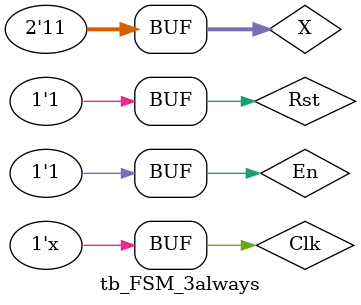
<source format=v>
`timescale 1ns / 1ps


module tb_FSM_3always;

	// Inputs
	reg [1:0] X;
	reg En;
	reg Rst;
	reg Clk;

	// Outputs
	wire [1:0] Cuenta;

	// Instantiate the Unit Under Test (UUT)
	FSM_Moore_3always uut (
		.X(X), 
		.En(En), 
		.Rst(Rst), 
		.Clk(Clk), 
		.Cuenta(Cuenta)
	);

	initial begin
		// Initialize Inputs
		X = 0;
		En = 0;
		Rst = 0;
		Clk = 0;
		#2 Rst =1;	
			En=1;
		#10 X=0; 		// Señal de control está 	
		#10 X=1;			//5 ciclos de reloj en un valor de entrada y cambia el valor de control
		#10 X=2;
		#10 X=3;	
	end
	
	always
	begin
	#1 Clk <=~Clk;		// Señal de reloj
	end
      
endmodule


</source>
